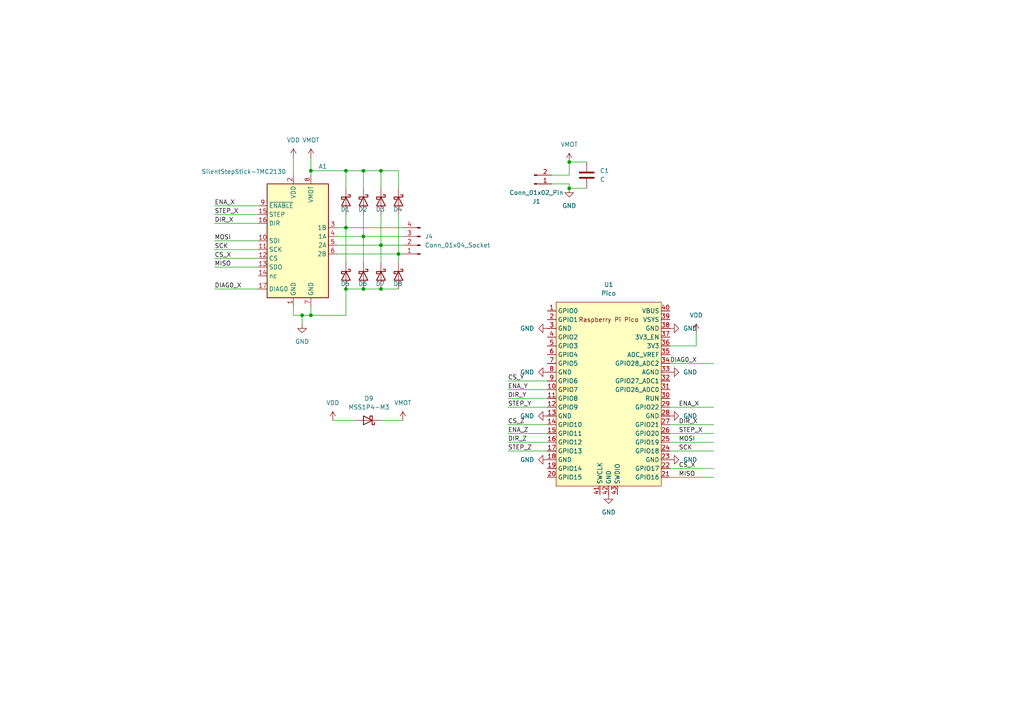
<source format=kicad_sch>
(kicad_sch (version 20250114) (generator "eeschema") (generator_version "9.0")
  (paper "A4")
  (lib_symbols
    (symbol "Pololu_Breakout_A4988_1"
      (property "Reference" "A1" (at 7.2741 20.32 0))
      (property "Value" "SilentStepStick-TMC2130" (at -26.67 18.796 0))
      (symbol "Pololu_Breakout_A4988_1_0_1"
        (rectangle (start -7.62 15.24) (end 10.16 -17.78) (stroke (width 0.254)) (fill (type background)))
      )
      (symbol "Pololu_Breakout_A4988_1_1_1"
        (pin input line (at -10.16 8.89 0) (length 2.54) (name "~{ENABLE}") (number "9"))
        (pin input line (at -10.16 6.35 0) (length 2.54) (name "STEP") (number "15"))
        (pin input line (at -10.16 3.81 0) (length 2.54) (name "DIR") (number "16"))
        (pin input line (at -10.16 -1.27 0) (length 2.54) (name "SDI") (number "10"))
        (pin input line (at -10.16 -3.81 0) (length 2.54) (name "SCK") (number "11"))
        (pin input line (at -10.16 -6.35 0) (length 2.54) (name "CS") (number "12"))
        (pin input line (at -10.16 -8.89 0) (length 2.54) (name "SDO") (number "13"))
        (pin free line (at -10.16 -11.43 0) (length 2.54) (name "nc") (number "14"))
        (pin output line (at -10.16 -15.24 0) (length 2.54) (name "DIAG0") (number "17"))
        (pin power_in line (at 0 17.78 270) (length 2.54) (name "VDD") (number "2"))
        (pin power_in line (at 0 -20.32 90) (length 2.54) (name "GND") (number "1"))
        (pin power_in line (at 5.08 17.78 270) (length 2.54) (name "VMOT") (number "8"))
        (pin power_in line (at 5.08 -20.32 90) (length 2.54) (name "GND") (number "7"))
        (pin output line (at 12.7 2.54 180) (length 2.54) (name "1B") (number "3"))
        (pin output line (at 12.7 0 180) (length 2.54) (name "1A") (number "4"))
        (pin output line (at 12.7 -2.54 180) (length 2.54) (name "2A") (number "5"))
        (pin output line (at 12.7 -5.08 180) (length 2.54) (name "2B") (number "6"))
      )
    )
    (symbol "power:GND" (power) (pin_numbers (hide yes)) (pin_names (offset 0) (hide yes))
      (property "Value" "GND" (at 0 -3.81 0))
      (symbol "GND_0_1"
        (polyline (pts (xy 0 0) (xy 0 -1.27) (xy 1.27 -1.27) (xy 0 -2.54) (xy -1.27 -1.27) (xy 0 -1.27)))
      )
      (symbol "GND_1_1"
        (pin power_in line (at 0 0 270) (length 0) (name "~") (number "1"))
      )
    )
    (symbol "power:VBUS" (power) (pin_numbers (hide yes)) (pin_names (offset 0) (hide yes))
      (property "Value" "VBUS" (at 0 3.556 0))
      (symbol "VBUS_0_1"
        (polyline (pts (xy -0.762 1.27) (xy 0 2.54)))
        (polyline (pts (xy 0 2.54) (xy 0.762 1.27)))
        (polyline (pts (xy 0 0) (xy 0 2.54)))
      )
      (symbol "VBUS_1_1"
        (pin power_in line (at 0 0 90) (length 0) (name "~") (number "1"))
      )
    )
    (symbol "power:VDD" (power) (pin_numbers (hide yes)) (pin_names (offset 0) (hide yes))
      (property "Value" "VDD" (at 0 3.556 0))
      (symbol "VDD_0_1"
        (polyline (pts (xy -0.762 1.27) (xy 0 2.54)))
        (polyline (pts (xy 0 2.54) (xy 0.762 1.27)))
        (polyline (pts (xy 0 0) (xy 0 2.54)))
      )
      (symbol "VDD_1_1"
        (pin power_in line (at 0 0 90) (length 0) (name "~") (number "1"))
      )
    )
    (symbol "stepper_laas:C" (pin_numbers (hide yes)) (pin_names (offset 0.254))
      (property "Reference" "C" (at 0.635 2.54 0))
      (property "Value" "C" (at 0.635 -2.54 0))
      (symbol "C_0_1"
        (polyline (pts (xy -2.032 0.762) (xy 2.032 0.762)) (stroke (width 0.508)))
        (polyline (pts (xy -2.032 -0.762) (xy 2.032 -0.762)) (stroke (width 0.508)))
      )
      (symbol "C_1_1"
        (pin passive line (at 0 3.81 270) (length 2.794) (name "~") (number "1"))
        (pin passive line (at 0 -3.81 90) (length 2.794) (name "~") (number "2"))
      )
    )
    (symbol "stepper_laas:Conn_01x02_Pin" (pin_names (offset 1.016) (hide yes))
      (property "Reference" "J" (at 0 2.54 0))
      (property "Value" "Conn_01x02_Pin" (at 0 -5.08 0))
      (symbol "Conn_01x02_Pin_1_1"
        (rectangle (start 0.8636 0.127) (end 0 -0.127) (stroke (width 0.1524)) (fill (type outline)))
        (rectangle (start 0.8636 -2.413) (end 0 -2.667) (stroke (width 0.1524)) (fill (type outline)))
        (polyline (pts (xy 1.27 0) (xy 0.8636 0)) (stroke (width 0.1524)))
        (polyline (pts (xy 1.27 -2.54) (xy 0.8636 -2.54)) (stroke (width 0.1524)))
        (pin passive line (at 5.08 0 180) (length 3.81) (name "Pin_1") (number "1"))
        (pin passive line (at 5.08 -2.54 180) (length 3.81) (name "Pin_2") (number "2"))
      )
    )
    (symbol "stepper_laas:Conn_01x04_Pin" (pin_names (offset 1.016) (hide yes))
      (property "Reference" "J" (at 0 5.08 0))
      (property "Value" "Conn_01x04_Pin" (at 0 -7.62 0))
      (symbol "Conn_01x04_Pin_1_1"
        (rectangle (start 0.8636 2.667) (end 0 2.413) (stroke (width 0.1524)) (fill (type outline)))
        (rectangle (start 0.8636 0.127) (end 0 -0.127) (stroke (width 0.1524)) (fill (type outline)))
        (rectangle (start 0.8636 -2.413) (end 0 -2.667) (stroke (width 0.1524)) (fill (type outline)))
        (rectangle (start 0.8636 -4.953) (end 0 -5.207) (stroke (width 0.1524)) (fill (type outline)))
        (polyline (pts (xy 1.27 2.54) (xy 0.8636 2.54)) (stroke (width 0.1524)))
        (polyline (pts (xy 1.27 0) (xy 0.8636 0)) (stroke (width 0.1524)))
        (polyline (pts (xy 1.27 -2.54) (xy 0.8636 -2.54)) (stroke (width 0.1524)))
        (polyline (pts (xy 1.27 -5.08) (xy 0.8636 -5.08)) (stroke (width 0.1524)))
        (pin passive line (at 5.08 2.54 180) (length 3.81) (name "Pin_1") (number "1"))
        (pin passive line (at 5.08 0 180) (length 3.81) (name "Pin_2") (number "2"))
        (pin passive line (at 5.08 -2.54 180) (length 3.81) (name "Pin_3") (number "3"))
        (pin passive line (at 5.08 -5.08 180) (length 3.81) (name "Pin_4") (number "4"))
      )
    )
    (symbol "stepper_laas:D_Schottky" (pin_numbers (hide yes)) (pin_names (offset 1.016) (hide yes))
      (property "Reference" "D" (at 0 2.54 0))
      (property "Value" "D_Schottky" (at 0 -2.54 0))
      (symbol "D_Schottky_0_1"
        (polyline (pts (xy -1.905 0.635) (xy -1.905 1.27) (xy -1.27 1.27) (xy -1.27 -1.27) (xy -0.635 -1.27) (xy -0.635 -0.635)) (stroke (width 0.254)))
        (polyline (pts (xy 1.27 1.27) (xy 1.27 -1.27) (xy -1.27 0) (xy 1.27 1.27)) (stroke (width 0.254)))
        (polyline (pts (xy 1.27 0) (xy -1.27 0)))
      )
      (symbol "D_Schottky_1_1"
        (pin passive line (at -3.81 0 0) (length 2.54) (name "K") (number "1"))
        (pin passive line (at 3.81 0 180) (length 2.54) (name "A") (number "2"))
      )
    )
    (symbol "stepper_laas:Pico"
      (property "Reference" "U" (at -13.97 27.94 0))
      (property "Value" "Pico" (at 0 19.05 0))
      (symbol "Pico_0_0"
        (text "Raspberry Pi Pico" (at 0 21.59 0) (effects (font (size 1.27 1.27))))
      )
      (symbol "Pico_0_1"
        (rectangle (start -15.24 26.67) (end 15.24 -26.67) (fill (type background)))
      )
      (symbol "Pico_1_1"
        (pin bidirectional line (at -17.78 24.13 0) (length 2.54) (name "GPIO0") (number "1"))
        (pin bidirectional line (at -17.78 21.59 0) (length 2.54) (name "GPIO1") (number "2"))
        (pin power_in line (at -17.78 19.05 0) (length 2.54) (name "GND") (number "3"))
        (pin bidirectional line (at -17.78 16.51 0) (length 2.54) (name "GPIO2") (number "4"))
        (pin bidirectional line (at -17.78 13.97 0) (length 2.54) (name "GPIO3") (number "5"))
        (pin bidirectional line (at -17.78 11.43 0) (length 2.54) (name "GPIO4") (number "6"))
        (pin bidirectional line (at -17.78 8.89 0) (length 2.54) (name "GPIO5") (number "7"))
        (pin power_in line (at -17.78 6.35 0) (length 2.54) (name "GND") (number "8"))
        (pin bidirectional line (at -17.78 3.81 0) (length 2.54) (name "GPIO6") (number "9"))
        (pin bidirectional line (at -17.78 1.27 0) (length 2.54) (name "GPIO7") (number "10"))
        (pin bidirectional line (at -17.78 -1.27 0) (length 2.54) (name "GPIO8") (number "11"))
        (pin bidirectional line (at -17.78 -3.81 0) (length 2.54) (name "GPIO9") (number "12"))
        (pin power_in line (at -17.78 -6.35 0) (length 2.54) (name "GND") (number "13"))
        (pin bidirectional line (at -17.78 -8.89 0) (length 2.54) (name "GPIO10") (number "14"))
        (pin bidirectional line (at -17.78 -11.43 0) (length 2.54) (name "GPIO11") (number "15"))
        (pin bidirectional line (at -17.78 -13.97 0) (length 2.54) (name "GPIO12") (number "16"))
        (pin bidirectional line (at -17.78 -16.51 0) (length 2.54) (name "GPIO13") (number "17"))
        (pin power_in line (at -17.78 -19.05 0) (length 2.54) (name "GND") (number "18"))
        (pin bidirectional line (at -17.78 -21.59 0) (length 2.54) (name "GPIO14") (number "19"))
        (pin bidirectional line (at -17.78 -24.13 0) (length 2.54) (name "GPIO15") (number "20"))
        (pin input line (at -2.54 -29.21 90) (length 2.54) (name "SWCLK") (number "41"))
        (pin power_in line (at 0 -29.21 90) (length 2.54) (name "GND") (number "42"))
        (pin bidirectional line (at 2.54 -29.21 90) (length 2.54) (name "SWDIO") (number "43"))
        (pin power_in line (at 17.78 24.13 180) (length 2.54) (name "VBUS") (number "40"))
        (pin power_in line (at 17.78 21.59 180) (length 2.54) (name "VSYS") (number "39"))
        (pin bidirectional line (at 17.78 19.05 180) (length 2.54) (name "GND") (number "38"))
        (pin input line (at 17.78 16.51 180) (length 2.54) (name "3V3_EN") (number "37"))
        (pin power_in line (at 17.78 13.97 180) (length 2.54) (name "3V3") (number "36"))
        (pin power_in line (at 17.78 11.43 180) (length 2.54) (name "ADC_VREF") (number "35"))
        (pin bidirectional line (at 17.78 8.89 180) (length 2.54) (name "GPIO28_ADC2") (number "34"))
        (pin power_in line (at 17.78 6.35 180) (length 2.54) (name "AGND") (number "33"))
        (pin bidirectional line (at 17.78 3.81 180) (length 2.54) (name "GPIO27_ADC1") (number "32"))
        (pin bidirectional line (at 17.78 1.27 180) (length 2.54) (name "GPIO26_ADC0") (number "31"))
        (pin input line (at 17.78 -1.27 180) (length 2.54) (name "RUN") (number "30"))
        (pin bidirectional line (at 17.78 -3.81 180) (length 2.54) (name "GPIO22") (number "29"))
        (pin power_in line (at 17.78 -6.35 180) (length 2.54) (name "GND") (number "28"))
        (pin bidirectional line (at 17.78 -8.89 180) (length 2.54) (name "GPIO21") (number "27"))
        (pin bidirectional line (at 17.78 -11.43 180) (length 2.54) (name "GPIO20") (number "26"))
        (pin bidirectional line (at 17.78 -13.97 180) (length 2.54) (name "GPIO19") (number "25"))
        (pin bidirectional line (at 17.78 -16.51 180) (length 2.54) (name "GPIO18") (number "24"))
        (pin power_in line (at 17.78 -19.05 180) (length 2.54) (name "GND") (number "23"))
        (pin bidirectional line (at 17.78 -21.59 180) (length 2.54) (name "GPIO17") (number "22"))
        (pin bidirectional line (at 17.78 -24.13 180) (length 2.54) (name "GPIO16") (number "21"))
      )
    )
  )
  (junction (at 105.41 49.53))
  (junction (at 105.41 83.82))
  (junction (at 165.1 54.61))
  (junction (at 110.49 71.12))
  (junction (at 110.49 49.53))
  (junction (at 100.33 49.53))
  (junction (at 100.33 66.04))
  (junction (at 105.41 68.58))
  (junction (at 90.17 91.44))
  (junction (at 90.17 49.53))
  (junction (at 110.49 83.82))
  (junction (at 87.63 91.44))
  (junction (at 100.33 83.82))
  (junction (at 165.1 46.99))
  (junction (at 115.57 73.66))
  (wire (pts (xy 110.49 71.12) (xy 116.84 71.12)))
  (wire (pts (xy 165.1 54.61) (xy 170.18 54.61)))
  (wire (pts (xy 194.31 105.41) (xy 207.01 105.41)))
  (wire (pts (xy 115.57 49.53) (xy 115.57 54.61)))
  (wire (pts (xy 100.33 62.23) (xy 100.33 66.04)))
  (wire (pts (xy 147.32 110.49) (xy 158.75 110.49)))
  (wire (pts (xy 165.1 53.34) (xy 165.1 54.61)))
  (wire (pts (xy 90.17 91.44) (xy 90.17 88.9)))
  (wire (pts (xy 110.49 121.92) (xy 116.84 121.92)))
  (wire (pts (xy 115.57 62.23) (xy 115.57 73.66)))
  (wire (pts (xy 147.32 118.11) (xy 158.75 118.11)))
  (wire (pts (xy 62.23 77.47) (xy 74.93 77.47)))
  (wire (pts (xy 100.33 66.04) (xy 100.33 76.2)))
  (wire (pts (xy 194.31 100.33) (xy 201.93 100.33)))
  (wire (pts (xy 194.31 130.81) (xy 207.01 130.81)))
  (wire (pts (xy 62.23 64.77) (xy 74.93 64.77)))
  (wire (pts (xy 201.93 100.33) (xy 201.93 96.52)))
  (wire (pts (xy 147.32 130.81) (xy 158.75 130.81)))
  (wire (pts (xy 100.33 83.82) (xy 105.41 83.82)))
  (wire (pts (xy 100.33 91.44) (xy 90.17 91.44)))
  (wire (pts (xy 62.23 72.39) (xy 74.93 72.39)))
  (wire (pts (xy 115.57 73.66) (xy 115.57 76.2)))
  (wire (pts (xy 194.31 123.19) (xy 207.01 123.19)))
  (wire (pts (xy 194.31 118.11) (xy 207.01 118.11)))
  (wire (pts (xy 147.32 123.19) (xy 158.75 123.19)))
  (wire (pts (xy 62.23 69.85) (xy 74.93 69.85)))
  (wire (pts (xy 105.41 83.82) (xy 110.49 83.82)))
  (wire (pts (xy 100.33 49.53) (xy 105.41 49.53)))
  (wire (pts (xy 105.41 49.53) (xy 105.41 54.61)))
  (wire (pts (xy 90.17 49.53) (xy 100.33 49.53)))
  (wire (pts (xy 62.23 59.69) (xy 74.93 59.69)))
  (wire (pts (xy 147.32 115.57) (xy 158.75 115.57)))
  (wire (pts (xy 62.23 62.23) (xy 74.93 62.23)))
  (wire (pts (xy 115.57 73.66) (xy 116.84 73.66)))
  (wire (pts (xy 87.63 91.44) (xy 90.17 91.44)))
  (wire (pts (xy 147.32 125.73) (xy 158.75 125.73)))
  (wire (pts (xy 147.32 113.03) (xy 158.75 113.03)))
  (wire (pts (xy 97.79 71.12) (xy 110.49 71.12)))
  (wire (pts (xy 110.49 62.23) (xy 110.49 71.12)))
  (wire (pts (xy 105.41 62.23) (xy 105.41 68.58)))
  (wire (pts (xy 87.63 91.44) (xy 87.63 93.98)))
  (wire (pts (xy 100.33 83.82) (xy 100.33 91.44)))
  (wire (pts (xy 97.79 66.04) (xy 100.33 66.04)))
  (wire (pts (xy 97.79 73.66) (xy 115.57 73.66)))
  (wire (pts (xy 160.02 53.34) (xy 165.1 53.34)))
  (wire (pts (xy 194.31 138.43) (xy 207.01 138.43)))
  (wire (pts (xy 160.02 50.8) (xy 165.1 50.8)))
  (wire (pts (xy 105.41 49.53) (xy 110.49 49.53)))
  (wire (pts (xy 194.31 128.27) (xy 207.01 128.27)))
  (wire (pts (xy 97.79 68.58) (xy 105.41 68.58)))
  (wire (pts (xy 85.09 45.72) (xy 85.09 50.8)))
  (wire (pts (xy 62.23 83.82) (xy 74.93 83.82)))
  (wire (pts (xy 110.49 49.53) (xy 110.49 54.61)))
  (wire (pts (xy 90.17 45.72) (xy 90.17 49.53)))
  (wire (pts (xy 100.33 66.04) (xy 116.84 66.04)))
  (wire (pts (xy 165.1 46.99) (xy 170.18 46.99)))
  (wire (pts (xy 194.31 135.89) (xy 207.01 135.89)))
  (wire (pts (xy 62.23 74.93) (xy 74.93 74.93)))
  (wire (pts (xy 194.31 125.73) (xy 207.01 125.73)))
  (wire (pts (xy 165.1 50.8) (xy 165.1 46.99)))
  (wire (pts (xy 85.09 91.44) (xy 87.63 91.44)))
  (wire (pts (xy 110.49 83.82) (xy 115.57 83.82)))
  (wire (pts (xy 96.52 121.92) (xy 102.87 121.92)))
  (wire (pts (xy 105.41 68.58) (xy 105.41 76.2)))
  (wire (pts (xy 110.49 71.12) (xy 110.49 76.2)))
  (wire (pts (xy 147.32 128.27) (xy 158.75 128.27)))
  (wire (pts (xy 90.17 49.53) (xy 90.17 50.8)))
  (wire (pts (xy 100.33 49.53) (xy 100.33 54.61)))
  (wire (pts (xy 105.41 68.58) (xy 116.84 68.58)))
  (wire (pts (xy 85.09 88.9) (xy 85.09 91.44)))
  (wire (pts (xy 110.49 49.53) (xy 115.57 49.53)))
  (label "STEP_X" (at 196.85 125.73 0))
  (label "DIR_X" (at 62.23 64.77 0))
  (label "DIR_X" (at 196.85 123.19 0))
  (label "DIAG0_X" (at 194.31 105.41 0))
  (label "MISO" (at 196.85 138.43 0))
  (label "ENA_Y" (at 147.32 113.03 0))
  (label "ENA_Z" (at 147.32 125.73 0))
  (label "STEP_X" (at 62.23 62.23 0))
  (label "CS_Z" (at 147.32 123.19 0))
  (label "MOSI" (at 62.23 69.85 0))
  (label "SCK" (at 62.23 72.39 0))
  (label "DIR_Z" (at 147.32 128.27 0))
  (label "ENA_X" (at 196.85 118.11 0))
  (label "SCK" (at 196.85 130.81 0))
  (label "STEP_Y" (at 147.32 118.11 0))
  (label "MISO" (at 62.23 77.47 0))
  (label "DIR_Y" (at 147.32 115.57 0))
  (label "DIAG0_X" (at 62.23 83.82 0))
  (label "ENA_X" (at 62.23 59.69 0))
  (label "CS_X" (at 196.85 135.89 0))
  (label "STEP_Z" (at 147.32 130.81 0))
  (label "CS_X" (at 62.23 74.93 0))
  (label "CS_Y" (at 147.32 110.49 0))
  (label "MOSI" (at 196.85 128.27 0))
  (symbol (lib_id "power:VBUS") (at 90.17 45.72 0) (unit 1)
    (property "Reference" "#PWR02" (effects (hide yes)))
    (property "Value" "VMOT" (at 90.17 40.64 0))
    (property "Description" "Power symbol creates a global label with name \"VBUS\"" (effects (hide yes)))
  )
  (symbol (lib_id "power:GND") (at 158.75 133.35 270) (unit 1)
    (property "Reference" "#PWR015" (effects (hide yes)))
    (property "Value" "GND" (at 154.94 133.3499 90) (effects (justify right)))
    (property "Description" "Power symbol creates a global label with name \"GND\" , ground" (effects (hide yes)))
  )
  (symbol (lib_id "stepper_laas:D_Schottky") (at 100.33 58.42 270) (unit 1)
    (property "Reference" "D1" (at 98.806 60.706 90) (effects (justify left)))
    (property "Value" "MSS1P4-M3" (effects (hide yes)))
    (property "Footprint" "Diode_SMD:D_MicroSMP_AK" (effects (hide yes)))
    (property "Description" "Schottky diode" (effects (hide yes)))
  )
  (symbol (lib_id "power:GND") (at 194.31 133.35 90) (unit 1)
    (property "Reference" "#PWR016" (effects (hide yes)))
    (property "Value" "GND" (at 198.12 133.3499 90) (effects (justify right)))
    (property "Description" "Power symbol creates a global label with name \"GND\" , ground" (effects (hide yes)))
  )
  (symbol (lib_id "stepper_laas:Conn_01x02_Pin") (at 154.94 53.34 0) (mirror x) (unit 1)
    (property "Reference" "J1" (at 155.575 58.42 0))
    (property "Value" "Conn_01x02_Pin" (at 155.575 55.88 0))
    (property "Footprint" "Connector_AMASS:AMASS_XT30PW-M_1x02_P2.50mm_Horizontal" (effects (hide yes)))
    (property "Description" "Generic connector, single row, 01x02, script generated" (effects (hide yes)))
  )
  (symbol (lib_id "stepper_laas:D_Schottky") (at 106.68 121.92 180) (unit 1)
    (property "Reference" "D9" (at 106.9975 115.57 0))
    (property "Value" "MSS1P4-M3" (at 106.9975 118.11 0))
    (property "Footprint" "Diode_SMD:D_MicroSMP_AK" (effects (hide yes)))
    (property "Description" "Schottky diode" (effects (hide yes)))
  )
  (symbol (lib_id "stepper_laas:D_Schottky") (at 110.49 58.42 270) (unit 1)
    (property "Reference" "D3" (at 108.966 60.706 90) (effects (justify left)))
    (property "Value" "MSS1P4-M3" (effects (hide yes)))
    (property "Footprint" "Diode_SMD:D_MicroSMP_AK" (effects (hide yes)))
    (property "Description" "Schottky diode" (effects (hide yes)))
  )
  (symbol (lib_id "power:GND") (at 87.63 93.98 0) (unit 1)
    (property "Reference" "#PWR05" (effects (hide yes)))
    (property "Value" "GND" (at 87.63 99.06 0))
    (property "Description" "Power symbol creates a global label with name \"GND\" , ground" (effects (hide yes)))
  )
  (symbol (lib_id "power:VBUS") (at 165.1 46.99 0) (unit 1)
    (property "Reference" "#PWR03" (effects (hide yes)))
    (property "Value" "VMOT" (at 165.1 41.91 0))
    (property "Description" "Power symbol creates a global label with name \"VBUS\"" (effects (hide yes)))
  )
  (symbol (lib_id "stepper_laas:D_Schottky") (at 105.41 58.42 270) (unit 1)
    (property "Reference" "D2" (at 103.886 60.706 90) (effects (justify left)))
    (property "Value" "MSS1P4-M3" (effects (hide yes)))
    (property "Footprint" "Diode_SMD:D_MicroSMP_AK" (effects (hide yes)))
    (property "Description" "Schottky diode" (effects (hide yes)))
  )
  (symbol (lib_id "power:GND") (at 158.75 107.95 270) (unit 1)
    (property "Reference" "#PWR09" (effects (hide yes)))
    (property "Value" "GND" (at 154.94 107.9499 90) (effects (justify right)))
    (property "Description" "Power symbol creates a global label with name \"GND\" , ground" (effects (hide yes)))
  )
  (symbol (lib_id "stepper_laas:D_Schottky") (at 110.49 80.01 270) (unit 1)
    (property "Reference" "D7" (at 108.966 82.296 90) (effects (justify left)))
    (property "Value" "MSS1P4-M3" (effects (hide yes)))
    (property "Footprint" "Diode_SMD:D_MicroSMP_AK" (effects (hide yes)))
    (property "Description" "Schottky diode" (effects (hide yes)))
  )
  (symbol (lib_id "power:VDD") (at 201.93 96.52 0) (unit 1)
    (property "Reference" "#PWR08" (effects (hide yes)))
    (property "Value" "VDD" (at 201.93 91.44 0))
    (property "Description" "Power symbol creates a global label with name \"VDD\"" (effects (hide yes)))
  )
  (symbol (lib_id "power:GND") (at 194.31 107.95 90) (unit 1)
    (property "Reference" "#PWR010" (effects (hide yes)))
    (property "Value" "GND" (at 198.12 107.9499 90) (effects (justify right)))
    (property "Description" "Power symbol creates a global label with name \"GND\" , ground" (effects (hide yes)))
  )
  (symbol (lib_id "power:GND") (at 165.1 54.61 0) (unit 1)
    (property "Reference" "#PWR04" (effects (hide yes)))
    (property "Value" "GND" (at 165.1 59.69 0))
    (property "Description" "Power symbol creates a global label with name \"GND\" , ground" (effects (hide yes)))
  )
  (symbol (lib_id "stepper_laas:Pico") (at 176.53 114.3 0) (unit 1)
    (property "Reference" "U1" (at 176.53 82.55 0))
    (property "Value" "Pico" (at 176.53 85.09 0))
    (property "Footprint" "MCU_RaspberryPi_and_Boards:RPi_Pico_SMD_TH" (effects (hide yes)))
  )
  (symbol (lib_name "Pololu_Breakout_A4988_1") (lib_id "stepper_laas:Pololu_Breakout_A4988_1") (at 85.09 68.58 0) (unit 1)
    (property "Reference" "A1" (at 92.3641 48.26 0) (effects (justify left)))
    (property "Value" "SilentStepStick-TMC2130" (at 58.42 49.784 0) (effects (justify left)))
    (property "Footprint" "Module:Pololu_Breakout-16_15.2x20.3mm" (effects (hide yes)))
    (property "Description" "SilentStepStick-TMC2130" (effects (hide yes)))
  )
  (symbol (lib_id "power:VBUS") (at 116.84 121.92 0) (unit 1)
    (property "Reference" "#PWR014" (effects (hide yes)))
    (property "Value" "VMOT" (at 116.84 116.84 0))
    (property "Description" "Power symbol creates a global label with name \"VBUS\"" (effects (hide yes)))
  )
  (symbol (lib_id "stepper_laas:D_Schottky") (at 115.57 58.42 270) (unit 1)
    (property "Reference" "D4" (at 114.046 60.706 90) (effects (justify left)))
    (property "Value" "MSS1P4-M3" (effects (hide yes)))
    (property "Footprint" "Diode_SMD:D_MicroSMP_AK" (effects (hide yes)))
    (property "Description" "Schottky diode" (effects (hide yes)))
  )
  (symbol (lib_id "power:GND") (at 176.53 143.51 0) (unit 1)
    (property "Reference" "#PWR017" (effects (hide yes)))
    (property "Value" "GND" (at 176.53 148.59 0))
    (property "Description" "Power symbol creates a global label with name \"GND\" , ground" (effects (hide yes)))
  )
  (symbol (lib_id "stepper_laas:D_Schottky") (at 105.41 80.01 270) (unit 1)
    (property "Reference" "D6" (at 103.886 82.296 90) (effects (justify left)))
    (property "Value" "MSS1P4-M3" (effects (hide yes)))
    (property "Footprint" "Diode_SMD:D_MicroSMP_AK" (effects (hide yes)))
    (property "Description" "Schottky diode" (effects (hide yes)))
  )
  (symbol (lib_id "stepper_laas:D_Schottky") (at 100.33 80.01 270) (unit 1)
    (property "Reference" "D5" (at 98.806 82.296 90) (effects (justify left)))
    (property "Value" "MSS1P4-M3" (effects (hide yes)))
    (property "Footprint" "Diode_SMD:D_MicroSMP_AK" (effects (hide yes)))
    (property "Description" "Schottky diode" (effects (hide yes)))
  )
  (symbol (lib_id "power:VDD") (at 85.09 45.72 0) (unit 1)
    (property "Reference" "#PWR01" (effects (hide yes)))
    (property "Value" "VDD" (at 85.09 40.64 0))
    (property "Description" "Power symbol creates a global label with name \"VDD\"" (effects (hide yes)))
  )
  (symbol (lib_id "stepper_laas:D_Schottky") (at 115.57 80.01 270) (unit 1)
    (property "Reference" "D8" (at 114.046 82.296 90) (effects (justify left)))
    (property "Value" "MSS1P4-M3" (effects (hide yes)))
    (property "Footprint" "Diode_SMD:D_MicroSMP_AK" (effects (hide yes)))
    (property "Description" "Schottky diode" (effects (hide yes)))
  )
  (symbol (lib_id "power:GND") (at 194.31 120.65 90) (unit 1)
    (property "Reference" "#PWR012" (effects (hide yes)))
    (property "Value" "GND" (at 198.12 120.6499 90) (effects (justify right)))
    (property "Description" "Power symbol creates a global label with name \"GND\" , ground" (effects (hide yes)))
  )
  (symbol (lib_id "power:GND") (at 158.75 120.65 270) (unit 1)
    (property "Reference" "#PWR011" (effects (hide yes)))
    (property "Value" "GND" (at 154.94 120.6499 90) (effects (justify right)))
    (property "Description" "Power symbol creates a global label with name \"GND\" , ground" (effects (hide yes)))
  )
  (symbol (lib_id "power:GND") (at 194.31 95.25 90) (unit 1)
    (property "Reference" "#PWR07" (effects (hide yes)))
    (property "Value" "GND" (at 198.12 95.2499 90) (effects (justify right)))
    (property "Description" "Power symbol creates a global label with name \"GND\" , ground" (effects (hide yes)))
  )
  (symbol (lib_id "power:GND") (at 158.75 95.25 270) (unit 1)
    (property "Reference" "#PWR06" (effects (hide yes)))
    (property "Value" "GND" (at 154.94 95.2499 90) (effects (justify right)))
    (property "Description" "Power symbol creates a global label with name \"GND\" , ground" (effects (hide yes)))
  )
  (symbol (lib_id "power:VDD") (at 96.52 121.92 0) (unit 1)
    (property "Reference" "#PWR013" (effects (hide yes)))
    (property "Value" "VDD" (at 96.52 116.84 0))
    (property "Description" "Power symbol creates a global label with name \"VDD\"" (effects (hide yes)))
  )
  (symbol (lib_id "stepper_laas:Conn_01x04_Pin") (at 121.92 71.12 180) (unit 1)
    (property "Reference" "J4" (at 123.19 68.5799 0) (effects (justify right)))
    (property "Value" "Conn_01x04_Socket" (at 123.19 71.1199 0) (effects (justify right)))
    (property "Footprint" "Connector_JST:JST_XH_S4B-XH-A_1x04_P2.50mm_Horizontal" (effects (hide yes)))
    (property "Description" "Generic connector, single row, 01x04, script generated" (effects (hide yes)))
  )
  (symbol (lib_id "stepper_laas:C") (at 170.18 50.8 0) (unit 1)
    (property "Reference" "C1" (at 173.99 49.5299 0) (effects (justify left)))
    (property "Value" "C" (at 173.99 52.0699 0) (effects (justify left)))
    (property "Footprint" "Capacitor_SMD:C_1210_3225Metric" (effects (hide yes)))
    (property "Description" "Unpolarized capacitor" (effects (hide yes)))
  )
)
</source>
